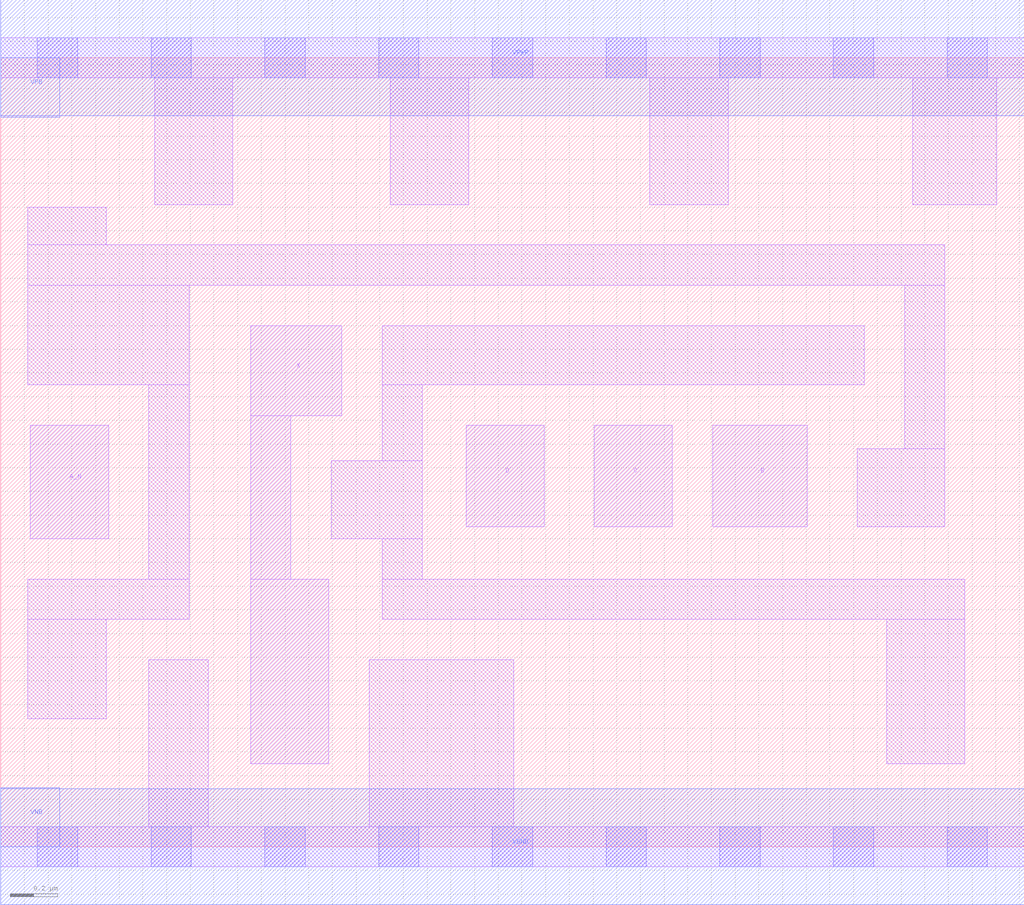
<source format=lef>
# Copyright 2020 The SkyWater PDK Authors
#
# Licensed under the Apache License, Version 2.0 (the "License");
# you may not use this file except in compliance with the License.
# You may obtain a copy of the License at
#
#     https://www.apache.org/licenses/LICENSE-2.0
#
# Unless required by applicable law or agreed to in writing, software
# distributed under the License is distributed on an "AS IS" BASIS,
# WITHOUT WARRANTIES OR CONDITIONS OF ANY KIND, either express or implied.
# See the License for the specific language governing permissions and
# limitations under the License.
#
# SPDX-License-Identifier: Apache-2.0

VERSION 5.5 ;
NAMESCASESENSITIVE ON ;
BUSBITCHARS "[]" ;
DIVIDERCHAR "/" ;
MACRO sky130_fd_sc_ms__and4b_2
  CLASS CORE ;
  SOURCE USER ;
  ORIGIN  0.000000  0.000000 ;
  SIZE  4.320000 BY  3.330000 ;
  SYMMETRY X Y ;
  SITE unit ;
  PIN A_N
    ANTENNAGATEAREA  0.208000 ;
    DIRECTION INPUT ;
    USE SIGNAL ;
    PORT
      LAYER li1 ;
        RECT 0.125000 1.300000 0.455000 1.780000 ;
    END
  END A_N
  PIN B
    ANTENNAGATEAREA  0.261000 ;
    DIRECTION INPUT ;
    USE SIGNAL ;
    PORT
      LAYER li1 ;
        RECT 3.005000 1.350000 3.405000 1.780000 ;
    END
  END B
  PIN C
    ANTENNAGATEAREA  0.261000 ;
    DIRECTION INPUT ;
    USE SIGNAL ;
    PORT
      LAYER li1 ;
        RECT 2.505000 1.350000 2.835000 1.780000 ;
    END
  END C
  PIN D
    ANTENNAGATEAREA  0.261000 ;
    DIRECTION INPUT ;
    USE SIGNAL ;
    PORT
      LAYER li1 ;
        RECT 1.965000 1.350000 2.295000 1.780000 ;
    END
  END D
  PIN X
    ANTENNADIFFAREA  0.543200 ;
    DIRECTION OUTPUT ;
    USE SIGNAL ;
    PORT
      LAYER li1 ;
        RECT 1.055000 0.350000 1.385000 1.130000 ;
        RECT 1.055000 1.130000 1.225000 1.820000 ;
        RECT 1.055000 1.820000 1.440000 2.200000 ;
    END
  END X
  PIN VGND
    DIRECTION INOUT ;
    USE GROUND ;
    PORT
      LAYER met1 ;
        RECT 0.000000 -0.245000 4.320000 0.245000 ;
    END
  END VGND
  PIN VNB
    DIRECTION INOUT ;
    USE GROUND ;
    PORT
      LAYER met1 ;
        RECT 0.000000 0.000000 0.250000 0.250000 ;
    END
  END VNB
  PIN VPB
    DIRECTION INOUT ;
    USE POWER ;
    PORT
      LAYER met1 ;
        RECT 0.000000 3.080000 0.250000 3.330000 ;
    END
  END VPB
  PIN VPWR
    DIRECTION INOUT ;
    USE POWER ;
    PORT
      LAYER met1 ;
        RECT 0.000000 3.085000 4.320000 3.575000 ;
    END
  END VPWR
  OBS
    LAYER li1 ;
      RECT 0.000000 -0.085000 4.320000 0.085000 ;
      RECT 0.000000  3.245000 4.320000 3.415000 ;
      RECT 0.115000  0.540000 0.445000 0.960000 ;
      RECT 0.115000  0.960000 0.795000 1.130000 ;
      RECT 0.115000  1.950000 0.795000 2.370000 ;
      RECT 0.115000  2.370000 3.985000 2.540000 ;
      RECT 0.115000  2.540000 0.445000 2.700000 ;
      RECT 0.625000  0.085000 0.875000 0.790000 ;
      RECT 0.625000  1.130000 0.795000 1.950000 ;
      RECT 0.650000  2.710000 0.980000 3.245000 ;
      RECT 1.395000  1.300000 1.780000 1.630000 ;
      RECT 1.555000  0.085000 2.165000 0.790000 ;
      RECT 1.610000  0.960000 4.070000 1.130000 ;
      RECT 1.610000  1.130000 1.780000 1.300000 ;
      RECT 1.610000  1.630000 1.780000 1.950000 ;
      RECT 1.610000  1.950000 3.645000 2.200000 ;
      RECT 1.645000  2.710000 1.975000 3.245000 ;
      RECT 2.740000  2.710000 3.070000 3.245000 ;
      RECT 3.615000  1.350000 3.985000 1.680000 ;
      RECT 3.740000  0.350000 4.070000 0.960000 ;
      RECT 3.815000  1.680000 3.985000 2.370000 ;
      RECT 3.850000  2.710000 4.205000 3.245000 ;
    LAYER mcon ;
      RECT 0.155000 -0.085000 0.325000 0.085000 ;
      RECT 0.155000  3.245000 0.325000 3.415000 ;
      RECT 0.635000 -0.085000 0.805000 0.085000 ;
      RECT 0.635000  3.245000 0.805000 3.415000 ;
      RECT 1.115000 -0.085000 1.285000 0.085000 ;
      RECT 1.115000  3.245000 1.285000 3.415000 ;
      RECT 1.595000 -0.085000 1.765000 0.085000 ;
      RECT 1.595000  3.245000 1.765000 3.415000 ;
      RECT 2.075000 -0.085000 2.245000 0.085000 ;
      RECT 2.075000  3.245000 2.245000 3.415000 ;
      RECT 2.555000 -0.085000 2.725000 0.085000 ;
      RECT 2.555000  3.245000 2.725000 3.415000 ;
      RECT 3.035000 -0.085000 3.205000 0.085000 ;
      RECT 3.035000  3.245000 3.205000 3.415000 ;
      RECT 3.515000 -0.085000 3.685000 0.085000 ;
      RECT 3.515000  3.245000 3.685000 3.415000 ;
      RECT 3.995000 -0.085000 4.165000 0.085000 ;
      RECT 3.995000  3.245000 4.165000 3.415000 ;
  END
END sky130_fd_sc_ms__and4b_2

</source>
